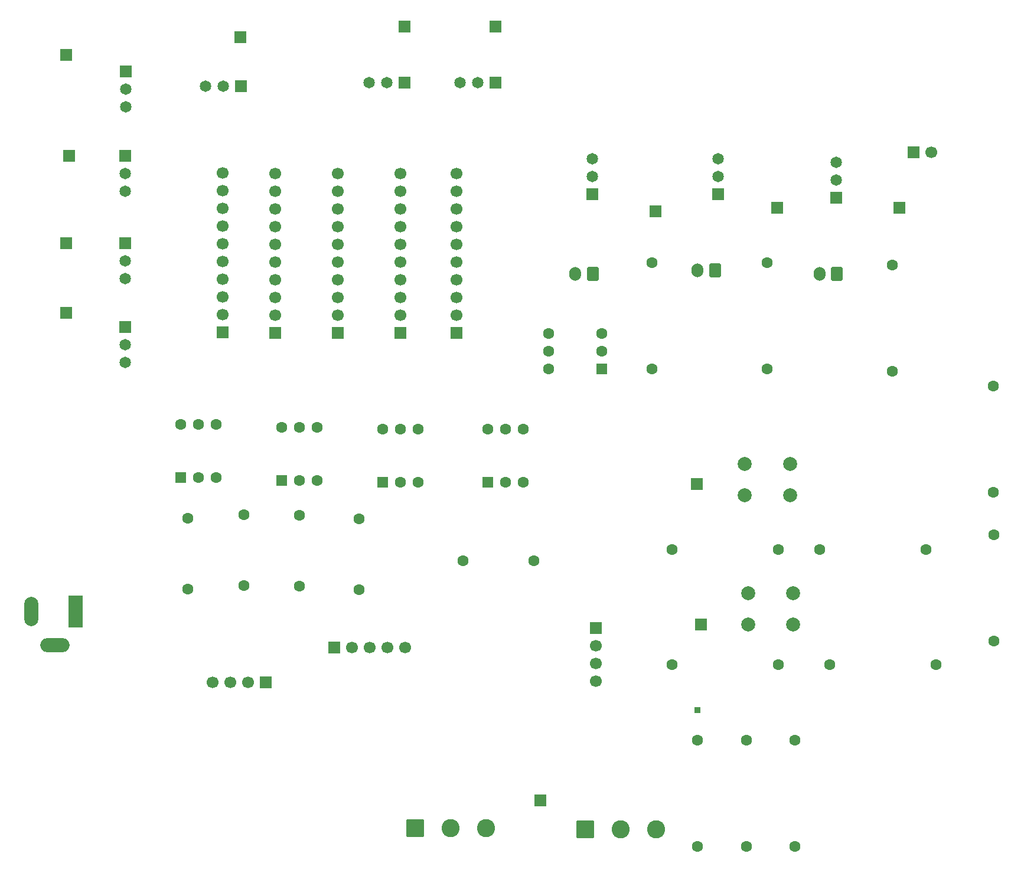
<source format=gbr>
%TF.GenerationSoftware,KiCad,Pcbnew,9.0.5-1.fc42*%
%TF.CreationDate,2025-11-13T19:00:45-05:00*%
%TF.ProjectId,ProyectoDigital,50726f79-6563-4746-9f44-69676974616c,rev?*%
%TF.SameCoordinates,Original*%
%TF.FileFunction,Soldermask,Bot*%
%TF.FilePolarity,Negative*%
%FSLAX46Y46*%
G04 Gerber Fmt 4.6, Leading zero omitted, Abs format (unit mm)*
G04 Created by KiCad (PCBNEW 9.0.5-1.fc42) date 2025-11-13 19:00:45*
%MOMM*%
%LPD*%
G01*
G04 APERTURE LIST*
G04 Aperture macros list*
%AMRoundRect*
0 Rectangle with rounded corners*
0 $1 Rounding radius*
0 $2 $3 $4 $5 $6 $7 $8 $9 X,Y pos of 4 corners*
0 Add a 4 corners polygon primitive as box body*
4,1,4,$2,$3,$4,$5,$6,$7,$8,$9,$2,$3,0*
0 Add four circle primitives for the rounded corners*
1,1,$1+$1,$2,$3*
1,1,$1+$1,$4,$5*
1,1,$1+$1,$6,$7*
1,1,$1+$1,$8,$9*
0 Add four rect primitives between the rounded corners*
20,1,$1+$1,$2,$3,$4,$5,0*
20,1,$1+$1,$4,$5,$6,$7,0*
20,1,$1+$1,$6,$7,$8,$9,0*
20,1,$1+$1,$8,$9,$2,$3,0*%
G04 Aperture macros list end*
%ADD10C,1.600000*%
%ADD11RoundRect,0.250000X0.550000X-0.550000X0.550000X0.550000X-0.550000X0.550000X-0.550000X-0.550000X0*%
%ADD12C,2.000000*%
%ADD13C,1.651000*%
%ADD14R,1.651000X1.651000*%
%ADD15R,1.700000X1.700000*%
%ADD16C,1.700000*%
%ADD17RoundRect,0.250000X0.550000X0.550000X-0.550000X0.550000X-0.550000X-0.550000X0.550000X-0.550000X0*%
%ADD18R,2.000000X4.600000*%
%ADD19O,2.000000X4.200000*%
%ADD20O,4.200000X2.000000*%
%ADD21RoundRect,0.250000X-1.050000X-1.050000X1.050000X-1.050000X1.050000X1.050000X-1.050000X1.050000X0*%
%ADD22C,2.600000*%
%ADD23RoundRect,0.250000X0.600000X0.750000X-0.600000X0.750000X-0.600000X-0.750000X0.600000X-0.750000X0*%
%ADD24O,1.700000X2.000000*%
%ADD25R,0.850000X0.850000*%
G04 APERTURE END LIST*
D10*
%TO.C,U1*%
X76000000Y-97000000D03*
X78540000Y-97000000D03*
X81080000Y-97000000D03*
X81080000Y-104620000D03*
X78540000Y-104620000D03*
D11*
X76000000Y-104620000D03*
%TD*%
D12*
%TO.C,SW2*%
X157297900Y-121177100D03*
X163797900Y-121177100D03*
X157297900Y-125677100D03*
X163797900Y-125677100D03*
%TD*%
D13*
%TO.C,Q4*%
X118547900Y-47927100D03*
D14*
X121087900Y-47927100D03*
D13*
X116007900Y-47927100D03*
%TD*%
D15*
%TO.C,J20*%
X115500000Y-83860000D03*
D16*
X115500000Y-81320000D03*
X115500000Y-78780000D03*
X115500000Y-76240000D03*
X115500000Y-73700000D03*
X115500000Y-71160000D03*
X115500000Y-68620000D03*
X115500000Y-66080000D03*
X115500000Y-63540000D03*
X115500000Y-61000000D03*
%TD*%
D15*
%TO.C,J28*%
X88120000Y-134000000D03*
D16*
X85580000Y-134000000D03*
X83040000Y-134000000D03*
X80500000Y-134000000D03*
%TD*%
D13*
%TO.C,Q2*%
X153000000Y-61420000D03*
D14*
X153000000Y-63960000D03*
D13*
X153000000Y-58880000D03*
%TD*%
D15*
%TO.C,J12*%
X121087900Y-39927100D03*
%TD*%
D13*
%TO.C,Q8*%
X68000000Y-61040000D03*
D14*
X68000000Y-58500000D03*
D13*
X68000000Y-63580000D03*
%TD*%
D10*
%TO.C,R10*%
X101500000Y-120660000D03*
X101500000Y-110500000D03*
%TD*%
D15*
%TO.C,J13*%
X108087900Y-39927100D03*
%TD*%
%TO.C,J8*%
X179000000Y-65880000D03*
%TD*%
%TO.C,J10*%
X150547900Y-125677100D03*
%TD*%
%TO.C,J6*%
X144000000Y-66380000D03*
%TD*%
D10*
%TO.C,R5*%
X178000000Y-89380000D03*
X178000000Y-74140000D03*
%TD*%
D17*
%TO.C,U5*%
X136305000Y-89040000D03*
D10*
X136305000Y-86500000D03*
X136305000Y-83960000D03*
X128685000Y-83960000D03*
X128685000Y-86500000D03*
X128685000Y-89040000D03*
%TD*%
D15*
%TO.C,J9*%
X135525000Y-126200000D03*
D16*
X135525000Y-128740000D03*
X135525000Y-131280000D03*
X135525000Y-133820000D03*
%TD*%
D15*
%TO.C,J22*%
X82000000Y-83740000D03*
D16*
X82000000Y-81200000D03*
X82000000Y-78660000D03*
X82000000Y-76120000D03*
X82000000Y-73580000D03*
X82000000Y-71040000D03*
X82000000Y-68500000D03*
X82000000Y-65960000D03*
X82000000Y-63420000D03*
X82000000Y-60880000D03*
%TD*%
D15*
%TO.C,J7*%
X161500000Y-65880000D03*
%TD*%
D10*
%TO.C,R7*%
X143500000Y-89000000D03*
X143500000Y-73760000D03*
%TD*%
D15*
%TO.C,J29*%
X150000000Y-105500000D03*
%TD*%
D13*
%TO.C,Q10*%
X68000000Y-85540000D03*
D14*
X68000000Y-83000000D03*
D13*
X68000000Y-88080000D03*
%TD*%
D10*
%TO.C,R1*%
X150047900Y-142307100D03*
X150047900Y-157547100D03*
%TD*%
D15*
%TO.C,J19*%
X107500000Y-83860000D03*
D16*
X107500000Y-81320000D03*
X107500000Y-78780000D03*
X107500000Y-76240000D03*
X107500000Y-73700000D03*
X107500000Y-71160000D03*
X107500000Y-68620000D03*
X107500000Y-66080000D03*
X107500000Y-63540000D03*
X107500000Y-61000000D03*
%TD*%
D18*
%TO.C,J2*%
X60850000Y-123850000D03*
D19*
X54550000Y-123850000D03*
D20*
X57950000Y-128650000D03*
%TD*%
D21*
%TO.C,J4*%
X133962900Y-155099600D03*
D22*
X139042900Y-155099600D03*
X144122900Y-155099600D03*
%TD*%
D23*
%TO.C,J32*%
X152547900Y-74927100D03*
D24*
X150047900Y-74927100D03*
%TD*%
D12*
%TO.C,SW1*%
X156797900Y-102677100D03*
X163297900Y-102677100D03*
X156797900Y-107177100D03*
X163297900Y-107177100D03*
%TD*%
D13*
%TO.C,Q9*%
X68000000Y-73540000D03*
D14*
X68000000Y-71000000D03*
D13*
X68000000Y-76080000D03*
%TD*%
D23*
%TO.C,J33*%
X135047900Y-75427100D03*
D24*
X132547900Y-75427100D03*
%TD*%
D10*
%TO.C,R3*%
X164047900Y-157547100D03*
X164047900Y-142307100D03*
%TD*%
D11*
%TO.C,U3*%
X104960000Y-105305000D03*
D10*
X107500000Y-105305000D03*
X110040000Y-105305000D03*
X110040000Y-97685000D03*
X107500000Y-97685000D03*
X104960000Y-97685000D03*
%TD*%
D21*
%TO.C,J1*%
X109547900Y-154927100D03*
D22*
X114627900Y-154927100D03*
X119707900Y-154927100D03*
%TD*%
D15*
%TO.C,J17*%
X59500000Y-71000000D03*
%TD*%
D10*
%TO.C,R11*%
X116420000Y-116500000D03*
X126580000Y-116500000D03*
%TD*%
%TO.C,R17*%
X192500000Y-106740000D03*
X192500000Y-91500000D03*
%TD*%
D15*
%TO.C,J21*%
X89500000Y-83820000D03*
D16*
X89500000Y-81280000D03*
X89500000Y-78740000D03*
X89500000Y-76200000D03*
X89500000Y-73660000D03*
X89500000Y-71120000D03*
X89500000Y-68580000D03*
X89500000Y-66040000D03*
X89500000Y-63500000D03*
X89500000Y-60960000D03*
%TD*%
D10*
%TO.C,R4*%
X160000000Y-89000000D03*
X160000000Y-73760000D03*
%TD*%
D15*
%TO.C,J18*%
X59500000Y-81000000D03*
%TD*%
%TO.C,J3*%
X127547900Y-150927100D03*
%TD*%
D10*
%TO.C,R15*%
X161667900Y-114927100D03*
X146427900Y-114927100D03*
%TD*%
D13*
%TO.C,Q1*%
X135000000Y-61420000D03*
D14*
X135000000Y-63960000D03*
D13*
X135000000Y-58880000D03*
%TD*%
D15*
%TO.C,J30*%
X181047900Y-57927100D03*
D16*
X183587900Y-57927100D03*
%TD*%
D15*
%TO.C,J11*%
X98500000Y-83860000D03*
D16*
X98500000Y-81320000D03*
X98500000Y-78780000D03*
X98500000Y-76240000D03*
X98500000Y-73700000D03*
X98500000Y-71160000D03*
X98500000Y-68620000D03*
X98500000Y-66080000D03*
X98500000Y-63540000D03*
X98500000Y-61000000D03*
%TD*%
D10*
%TO.C,R13*%
X169047900Y-131427100D03*
X184287900Y-131427100D03*
%TD*%
D15*
%TO.C,J14*%
X84547900Y-41427100D03*
%TD*%
D10*
%TO.C,R14*%
X192547900Y-128047100D03*
X192547900Y-112807100D03*
%TD*%
D15*
%TO.C,J16*%
X60000000Y-58500000D03*
%TD*%
D11*
%TO.C,U2*%
X90460000Y-105020000D03*
D10*
X93000000Y-105020000D03*
X95540000Y-105020000D03*
X95540000Y-97400000D03*
X93000000Y-97400000D03*
X90460000Y-97400000D03*
%TD*%
%TO.C,R9*%
X93000000Y-120160000D03*
X93000000Y-110000000D03*
%TD*%
D11*
%TO.C,U4*%
X119960000Y-105305000D03*
D10*
X122500000Y-105305000D03*
X125040000Y-105305000D03*
X125040000Y-97685000D03*
X122500000Y-97685000D03*
X119960000Y-97685000D03*
%TD*%
%TO.C,R12*%
X161667900Y-131427100D03*
X146427900Y-131427100D03*
%TD*%
D23*
%TO.C,J31*%
X170047900Y-75427100D03*
D24*
X167547900Y-75427100D03*
%TD*%
D13*
%TO.C,Q3*%
X169952100Y-61952900D03*
D14*
X169952100Y-64492900D03*
D13*
X169952100Y-59412900D03*
%TD*%
%TO.C,Q7*%
X68047900Y-48927100D03*
D14*
X68047900Y-46387100D03*
D13*
X68047900Y-51467100D03*
%TD*%
D10*
%TO.C,R16*%
X167547900Y-114927100D03*
X182787900Y-114927100D03*
%TD*%
D13*
%TO.C,Q6*%
X82087900Y-48427100D03*
D14*
X84627900Y-48427100D03*
D13*
X79547900Y-48427100D03*
%TD*%
D25*
%TO.C,J5*%
X150047900Y-137927100D03*
%TD*%
D10*
%TO.C,R2*%
X157047900Y-142307100D03*
X157047900Y-157547100D03*
%TD*%
D15*
%TO.C,J15*%
X59500000Y-44000000D03*
%TD*%
D13*
%TO.C,Q5*%
X105547900Y-47927100D03*
D14*
X108087900Y-47927100D03*
D13*
X103007900Y-47927100D03*
%TD*%
D10*
%TO.C,R6*%
X77000000Y-120580000D03*
X77000000Y-110420000D03*
%TD*%
D15*
%TO.C,J23*%
X98000000Y-129000000D03*
D16*
X100540000Y-129000000D03*
X103080000Y-129000000D03*
X105620000Y-129000000D03*
X108160000Y-129000000D03*
%TD*%
D10*
%TO.C,R8*%
X85000000Y-120080000D03*
X85000000Y-109920000D03*
%TD*%
M02*

</source>
